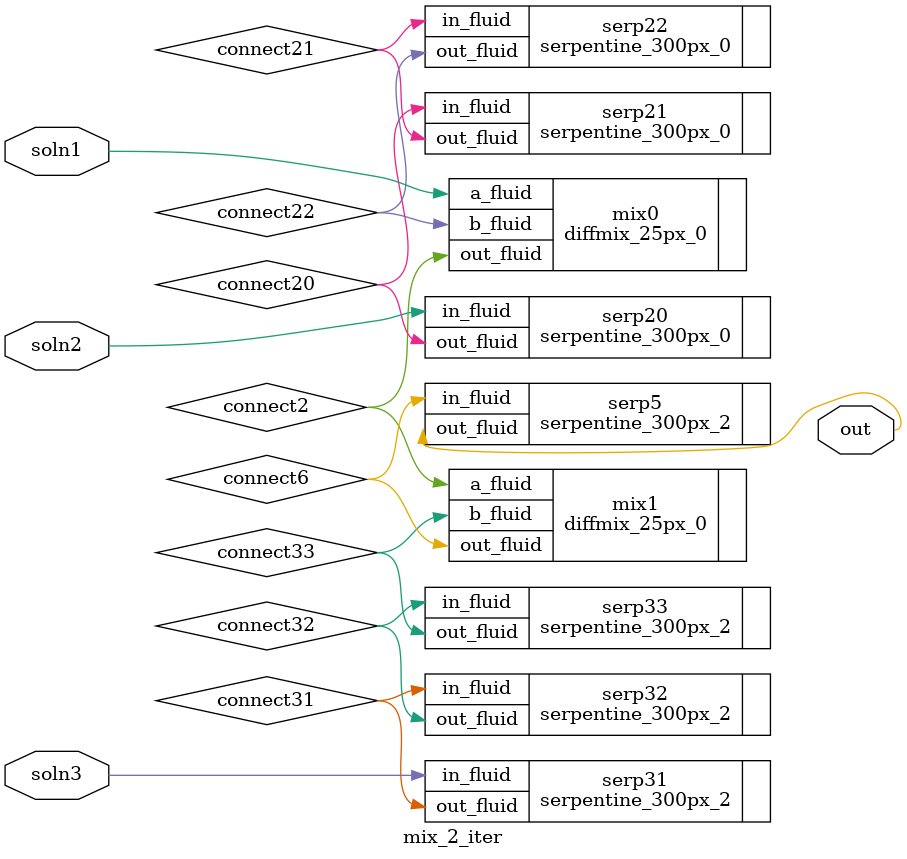
<source format=v>
module mix_2_iter (
    soln1,
    soln2,
    soln3,
    out
);

input   soln1, soln2, soln3;
output  out;


wire    connect20, connect21, connect22, connect31, connect32, connect33, connect2, connect6;

// Specification
serpentine_300px_0  serp20   (.in_fluid(soln2),     .out_fluid(connect20));
serpentine_300px_0  serp21   (.in_fluid(connect20), .out_fluid(connect21));
serpentine_300px_0  serp22   (.in_fluid(connect21), .out_fluid(connect22));

diffmix_25px_0      mix0     (.a_fluid(soln1), .b_fluid(connect22), .out_fluid(connect2));

serpentine_300px_2  serp31   (.in_fluid(soln3),     .out_fluid(connect31));
serpentine_300px_2  serp32   (.in_fluid(connect31), .out_fluid(connect32));
serpentine_300px_2  serp33   (.in_fluid(connect32), .out_fluid(connect33));

diffmix_25px_0      mix1     (.a_fluid(connect2), .b_fluid(connect33), .out_fluid(connect6));

serpentine_300px_2  serp5    (.in_fluid(connect6), .out_fluid(out));

endmodule

</source>
